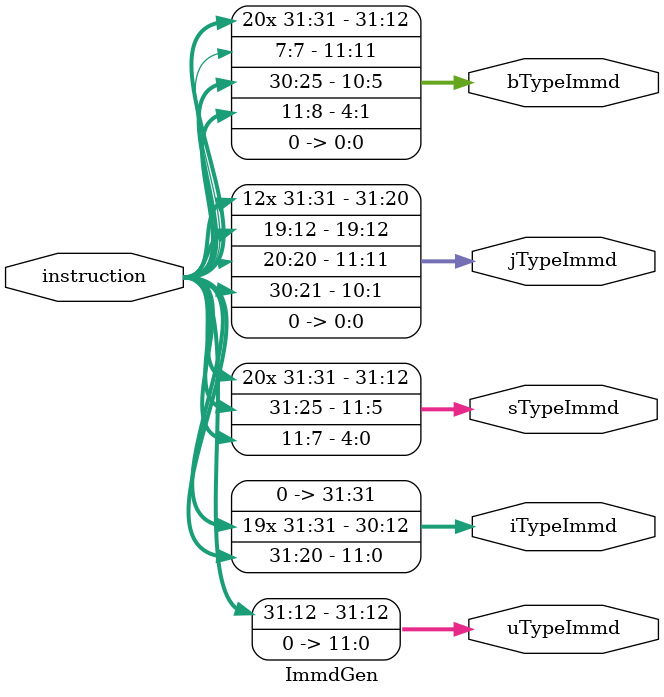
<source format=sv>
`timescale 1ns / 1ps


module ImmdGen(
    // Inputs
    input [31:0] instruction, // 32-bit instruction

    // Outputs
    output logic [31:0] uTypeImmd, 
    output logic [31:0] iTypeImmd,
    output logic [31:0] sTypeImmd,
    output logic [31:0] jTypeImmd,
    output logic [31:0] bTypeImmd
    );

    // U type immediate generation
    assign uTypeImmd = {instruction[31:12], 12'b0};
    
    // I type immediate generation
    assign iTypeImmd = {{20{instruction[31]}}, instruction[30:20]};
    
    // S type immediate generation
    assign sTypeImmd = {{21{instruction[31]}}, instruction[30:25], instruction[11:7]};

    // B type immediate generation
    // assign bTypeImmd = ({instruction[31:12]} == 21'b0) ? 32'b1 : {{20{instruction[31]}}, instruction[7], instruction[30:25], instruction[11:8], 1'b0};
    assign bTypeImmd = {{20{instruction[31]}}, instruction[7], instruction[30:25], instruction[11:8], 1'b0};
    
    // J type immediate generation
    assign jTypeImmd = {{12{instruction[31]}}, instruction[19:12], instruction[20], instruction[30:21], 1'b0};

    // assign U_Type = {Instruction[31:12], {12{1'b0}}};
    // assign I_Type = {Instruction[31],Instruction[30:20]};
    // assign S_Type = {{21{Instruction[31]}}, Instruction[30:25], Instruction[11:7]};
    // assign B_Type = ({Instruction[31:12]} == 21'b0) ? 32'b1 : {{20{Instruction[31]}}, Instruction[7], Instruction[30:25], Instruction[11:8], 1'b0};
    // assign J_Type = ({Instruction[31:12]} == 21'b0) ? 32'b00000001 : {{11{Instruction[31]}}, Instruction[19:12], Instruction[20], Instruction[30:21], 1'b0};
endmodule

</source>
